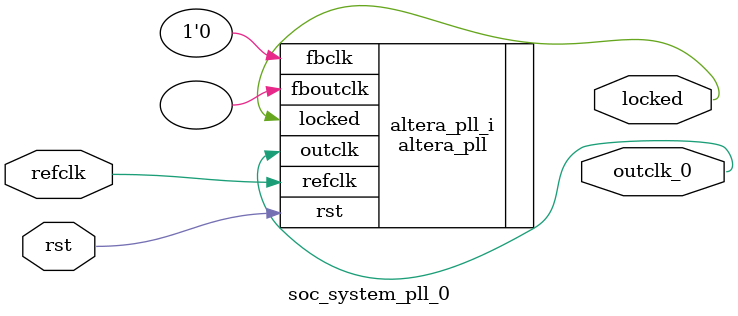
<source format=v>
`timescale 1ns/10ps
module  soc_system_pll_0(

	// interface 'refclk'
	input wire refclk,

	// interface 'reset'
	input wire rst,

	// interface 'outclk0'
	output wire outclk_0,

	// interface 'locked'
	output wire locked
);

	altera_pll #(
		.fractional_vco_multiplier("false"),
		.reference_clock_frequency("50.0 MHz"),
		.operation_mode("direct"),
		.number_of_clocks(1),
		.output_clock_frequency0("150.000000 MHz"),
		.phase_shift0("0 ps"),
		.duty_cycle0(50),
		.output_clock_frequency1("0 MHz"),
		.phase_shift1("0 ps"),
		.duty_cycle1(50),
		.output_clock_frequency2("0 MHz"),
		.phase_shift2("0 ps"),
		.duty_cycle2(50),
		.output_clock_frequency3("0 MHz"),
		.phase_shift3("0 ps"),
		.duty_cycle3(50),
		.output_clock_frequency4("0 MHz"),
		.phase_shift4("0 ps"),
		.duty_cycle4(50),
		.output_clock_frequency5("0 MHz"),
		.phase_shift5("0 ps"),
		.duty_cycle5(50),
		.output_clock_frequency6("0 MHz"),
		.phase_shift6("0 ps"),
		.duty_cycle6(50),
		.output_clock_frequency7("0 MHz"),
		.phase_shift7("0 ps"),
		.duty_cycle7(50),
		.output_clock_frequency8("0 MHz"),
		.phase_shift8("0 ps"),
		.duty_cycle8(50),
		.output_clock_frequency9("0 MHz"),
		.phase_shift9("0 ps"),
		.duty_cycle9(50),
		.output_clock_frequency10("0 MHz"),
		.phase_shift10("0 ps"),
		.duty_cycle10(50),
		.output_clock_frequency11("0 MHz"),
		.phase_shift11("0 ps"),
		.duty_cycle11(50),
		.output_clock_frequency12("0 MHz"),
		.phase_shift12("0 ps"),
		.duty_cycle12(50),
		.output_clock_frequency13("0 MHz"),
		.phase_shift13("0 ps"),
		.duty_cycle13(50),
		.output_clock_frequency14("0 MHz"),
		.phase_shift14("0 ps"),
		.duty_cycle14(50),
		.output_clock_frequency15("0 MHz"),
		.phase_shift15("0 ps"),
		.duty_cycle15(50),
		.output_clock_frequency16("0 MHz"),
		.phase_shift16("0 ps"),
		.duty_cycle16(50),
		.output_clock_frequency17("0 MHz"),
		.phase_shift17("0 ps"),
		.duty_cycle17(50),
		.pll_type("General"),
		.pll_subtype("General")
	) altera_pll_i (
		.rst	(rst),
		.outclk	({outclk_0}),
		.locked	(locked),
		.fboutclk	( ),
		.fbclk	(1'b0),
		.refclk	(refclk)
	);
endmodule


</source>
